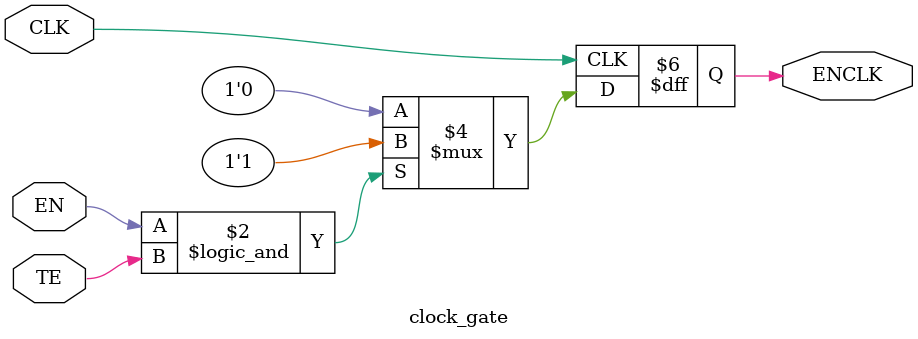
<source format=v>
module clock_gate (CLK, EN, TE, ENCLK);
  input CLK, EN, TE;
  output ENCLK;

  reg ENCLK;

  always @ (posedge CLK) begin
    if (EN && TE) begin
      ENCLK <= 1'b1;
    end else begin
      ENCLK <= 1'b0;
    end
  end

endmodule
</source>
